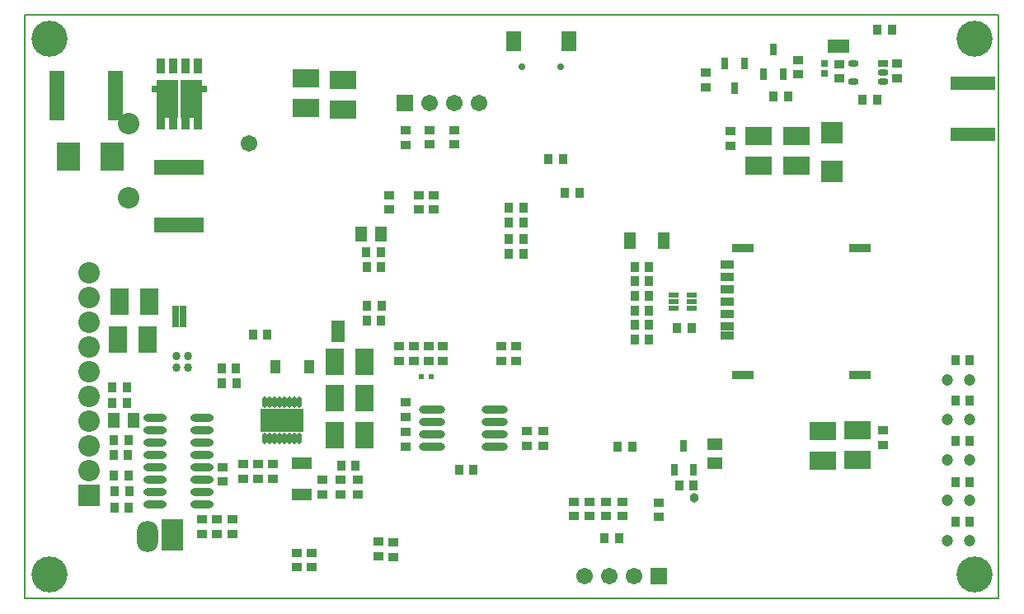
<source format=gbs>
%FSLAX25Y25*%
%MOIN*%
G70*
G01*
G75*
G04 Layer_Color=16711935*
%ADD10C,0.02000*%
%ADD11C,0.03000*%
%ADD12C,0.01500*%
%ADD13R,0.01575X0.01181*%
%ADD14R,0.03937X0.02362*%
%ADD15R,0.03347X0.02756*%
%ADD16R,0.07480X0.11811*%
%ADD17O,0.06890X0.02362*%
%ADD18O,0.02362X0.07087*%
%ADD19O,0.07087X0.02362*%
%ADD20O,0.06299X0.02362*%
%ADD21R,0.02756X0.03347*%
%ADD22R,0.00984X0.01575*%
%ADD23R,0.02362X0.01969*%
%ADD24R,0.00984X0.01299*%
G04:AMPARAMS|DCode=25|XSize=35.43mil|YSize=157.48mil|CornerRadius=1.77mil|HoleSize=0mil|Usage=FLASHONLY|Rotation=90.000|XOffset=0mil|YOffset=0mil|HoleType=Round|Shape=RoundedRectangle|*
%AMROUNDEDRECTD25*
21,1,0.03543,0.15394,0,0,90.0*
21,1,0.03189,0.15748,0,0,90.0*
1,1,0.00354,0.07697,0.01595*
1,1,0.00354,0.07697,-0.01595*
1,1,0.00354,-0.07697,-0.01595*
1,1,0.00354,-0.07697,0.01595*
%
%ADD25ROUNDEDRECTD25*%
%ADD26R,0.01181X0.01575*%
%ADD27R,0.02362X0.02362*%
%ADD28R,0.02362X0.02362*%
%ADD29R,0.03347X0.01575*%
%ADD30R,0.05118X0.03937*%
%ADD31O,0.03740X0.00984*%
%ADD32O,0.00984X0.03740*%
%ADD33R,0.08661X0.08661*%
%ADD34R,0.03150X0.02559*%
%ADD35O,0.01378X0.06693*%
%ADD36C,0.03937*%
%ADD37R,0.01200X0.01800*%
%ADD38R,0.07874X0.03937*%
%ADD39R,0.01575X0.05906*%
%ADD40R,0.07874X0.07874*%
%ADD41O,0.03937X0.01181*%
%ADD42R,0.03937X0.01181*%
%ADD43R,0.02500X0.05906*%
%ADD44R,0.04800X0.05600*%
%ADD45R,0.04724X0.03150*%
%ADD46O,0.03740X0.01378*%
%ADD47R,0.08661X0.16929*%
%ADD48R,0.04803X0.02441*%
%ADD49R,0.07087X0.07874*%
%ADD50O,0.06693X0.01063*%
%ADD51R,0.06693X0.01063*%
%ADD52R,0.01063X0.06693*%
%ADD53R,0.08898X0.25590*%
%ADD54R,0.03937X0.05118*%
%ADD55R,0.03937X0.05906*%
%ADD56R,0.07874X0.07874*%
%ADD57R,0.04724X0.09843*%
%ADD58R,0.10000X0.07000*%
%ADD59O,0.05906X0.03150*%
%ADD60R,0.07087X0.03937*%
%ADD61O,0.03150X0.05906*%
%ADD62R,0.03937X0.07087*%
%ADD63C,0.01000*%
%ADD64C,0.08000*%
%ADD65C,0.01200*%
%ADD66C,0.00800*%
%ADD67C,0.02500*%
%ADD68R,0.11600X0.03500*%
%ADD69R,0.12910X0.06885*%
%ADD70R,0.04300X0.04600*%
%ADD71R,0.04600X0.21700*%
%ADD72R,0.34969X0.11400*%
%ADD73R,0.26500X0.16000*%
%ADD74R,0.18000X0.08400*%
%ADD75R,0.10500X0.06400*%
%ADD76R,0.06000X0.09600*%
%ADD77R,0.06700X0.09800*%
%ADD78R,0.04200X0.18700*%
%ADD79R,0.06200X0.14700*%
%ADD80R,0.10400X0.95500*%
%ADD81R,0.27300X0.16100*%
%ADD82R,0.05700X0.21700*%
%ADD83R,0.08100X0.13300*%
%ADD84R,0.08700X0.05400*%
%ADD85R,0.05000X0.07173*%
%ADD86R,0.06600X0.19900*%
%ADD87C,0.00500*%
%ADD88R,0.05906X0.05906*%
%ADD89C,0.05906*%
%ADD90C,0.07874*%
%ADD91R,0.07874X0.07874*%
G04:AMPARAMS|DCode=92|XSize=51.18mil|YSize=173.23mil|CornerRadius=2.56mil|HoleSize=0mil|Usage=FLASHONLY|Rotation=90.000|XOffset=0mil|YOffset=0mil|HoleType=Round|Shape=RoundedRectangle|*
%AMROUNDEDRECTD92*
21,1,0.05118,0.16811,0,0,90.0*
21,1,0.04606,0.17323,0,0,90.0*
1,1,0.00512,0.08406,0.02303*
1,1,0.00512,0.08406,-0.02303*
1,1,0.00512,-0.08406,-0.02303*
1,1,0.00512,-0.08406,0.02303*
%
%ADD92ROUNDEDRECTD92*%
%ADD93C,0.01969*%
%ADD94R,0.05315X0.07284*%
%ADD95C,0.13780*%
%ADD96O,0.07874X0.11811*%
%ADD97R,0.07874X0.11811*%
%ADD98C,0.02000*%
%ADD99C,0.03000*%
%ADD100C,0.03500*%
%ADD101C,0.04000*%
%ADD102C,0.02598*%
%ADD103C,0.04000*%
%ADD104R,0.10876X0.04450*%
%ADD105R,0.12400X0.11000*%
%ADD106R,0.12400X0.13400*%
%ADD107R,0.42200X0.13900*%
%ADD108R,0.28100X0.17200*%
%ADD109R,0.10200X0.09400*%
%ADD110R,0.09500X0.12000*%
%ADD111C,0.05000*%
%ADD112R,0.39000X0.13800*%
%ADD113R,0.06200X0.13300*%
%ADD114R,0.21900X0.04900*%
%ADD115R,0.19300X0.05600*%
%ADD116R,0.27100X0.16800*%
%ADD117R,0.08400X0.08100*%
%ADD118R,0.08300X0.14100*%
%ADD119R,0.08661X0.11024*%
%ADD120R,0.01969X0.07874*%
%ADD121R,0.02362X0.03937*%
%ADD122R,0.02500X0.05500*%
%ADD123R,0.06299X0.01969*%
%ADD124R,0.07874X0.14410*%
%ADD125R,0.07000X0.10000*%
%ADD126R,0.07087X0.03937*%
%ADD127O,0.09843X0.02362*%
%ADD128O,0.08661X0.02362*%
%ADD129O,0.01378X0.03740*%
%ADD130R,0.16929X0.08661*%
%ADD131R,0.04843X0.02559*%
%ADD132R,0.08268X0.02756*%
%ADD133O,0.03543X0.01969*%
%ADD134O,0.03543X0.01969*%
%ADD135R,0.03543X0.01969*%
%ADD136R,0.03347X0.01575*%
%ADD137R,0.07874X0.01969*%
%ADD138R,0.05118X0.19685*%
%ADD139R,0.03150X0.04724*%
%ADD140R,0.19685X0.05118*%
%ADD141C,0.09000*%
%ADD142R,0.22800X0.06300*%
%ADD143R,0.08600X0.09700*%
%ADD144R,0.05400X0.08800*%
%ADD145R,0.03600X0.11400*%
%ADD146R,0.11100X0.13400*%
%ADD147R,0.08800X0.07400*%
%ADD148R,0.29300X0.15600*%
%ADD149R,0.14000X0.54700*%
%ADD150R,0.48700X0.11300*%
%ADD151R,0.26931X0.16000*%
%ADD152R,0.14700X0.03700*%
%ADD153R,0.08500X0.39500*%
%ADD154R,0.04900X0.17100*%
%ADD155R,0.07600X0.09400*%
%ADD156R,0.03474X0.08965*%
%ADD157R,0.08900X0.10200*%
%ADD158R,0.15200X0.28165*%
%ADD159R,0.15800X0.09700*%
%ADD160C,0.00984*%
%ADD161C,0.00300*%
%ADD162C,0.00787*%
%ADD163C,0.02362*%
%ADD164C,0.00600*%
%ADD165C,0.00700*%
%ADD166C,0.00900*%
%ADD167R,0.05417X0.06634*%
%ADD168R,0.02375X0.01981*%
%ADD169R,0.04737X0.03162*%
%ADD170R,0.04147X0.03556*%
%ADD171R,0.08280X0.12611*%
%ADD172O,0.07690X0.03162*%
%ADD173O,0.03162X0.07887*%
%ADD174O,0.07887X0.03162*%
%ADD175O,0.07099X0.03162*%
%ADD176R,0.03556X0.04147*%
%ADD177R,0.01784X0.02375*%
%ADD178R,0.03162X0.02769*%
%ADD179R,0.01784X0.02099*%
G04:AMPARAMS|DCode=180|XSize=39.37mil|YSize=161.42mil|CornerRadius=1.97mil|HoleSize=0mil|Usage=FLASHONLY|Rotation=90.000|XOffset=0mil|YOffset=0mil|HoleType=Round|Shape=RoundedRectangle|*
%AMROUNDEDRECTD180*
21,1,0.03937,0.15748,0,0,90.0*
21,1,0.03543,0.16142,0,0,90.0*
1,1,0.00394,0.07874,0.01772*
1,1,0.00394,0.07874,-0.01772*
1,1,0.00394,-0.07874,-0.01772*
1,1,0.00394,-0.07874,0.01772*
%
%ADD180ROUNDEDRECTD180*%
%ADD181R,0.01981X0.02375*%
%ADD182R,0.03162X0.03162*%
%ADD183R,0.03162X0.03162*%
%ADD184R,0.03740X0.01969*%
%ADD185R,0.05918X0.04737*%
%ADD186O,0.04540X0.01784*%
%ADD187O,0.01784X0.04540*%
%ADD188R,0.09461X0.09461*%
%ADD189R,0.03950X0.03359*%
%ADD190O,0.02178X0.07493*%
%ADD191C,0.04737*%
%ADD192R,0.02000X0.02600*%
%ADD193R,0.08674X0.04737*%
%ADD194R,0.02375X0.06706*%
%ADD195R,0.08674X0.08674*%
%ADD196O,0.04737X0.01981*%
%ADD197R,0.04737X0.01981*%
%ADD198R,0.03300X0.06706*%
%ADD199R,0.05600X0.06400*%
%ADD200R,0.05524X0.03950*%
%ADD201O,0.04540X0.02178*%
%ADD202R,0.09461X0.17729*%
%ADD203R,0.05603X0.03241*%
%ADD204R,0.07887X0.08674*%
%ADD205O,0.07493X0.01863*%
%ADD206R,0.07493X0.01863*%
%ADD207R,0.01863X0.07493*%
%ADD208R,0.09698X0.26391*%
%ADD209R,0.04737X0.05918*%
%ADD210R,0.04737X0.06706*%
%ADD211R,0.08674X0.08674*%
%ADD212R,0.05524X0.10642*%
%ADD213R,0.10800X0.07800*%
%ADD214O,0.06706X0.03950*%
%ADD215R,0.07887X0.04737*%
%ADD216O,0.03950X0.06706*%
%ADD217R,0.04737X0.07887*%
%ADD218R,0.06706X0.06706*%
%ADD219C,0.06706*%
%ADD220C,0.08674*%
%ADD221R,0.08674X0.08674*%
G04:AMPARAMS|DCode=222|XSize=55.12mil|YSize=177.16mil|CornerRadius=2.76mil|HoleSize=0mil|Usage=FLASHONLY|Rotation=90.000|XOffset=0mil|YOffset=0mil|HoleType=Round|Shape=RoundedRectangle|*
%AMROUNDEDRECTD222*
21,1,0.05512,0.17165,0,0,90.0*
21,1,0.04961,0.17716,0,0,90.0*
1,1,0.00551,0.08583,0.02480*
1,1,0.00551,0.08583,-0.02480*
1,1,0.00551,-0.08583,-0.02480*
1,1,0.00551,-0.08583,0.02480*
%
%ADD222ROUNDEDRECTD222*%
%ADD223C,0.02769*%
%ADD224R,0.06115X0.08083*%
%ADD225C,0.14579*%
%ADD226O,0.08674X0.12611*%
%ADD227R,0.08674X0.12611*%
%ADD228C,0.03800*%
%ADD229R,0.09461X0.11824*%
%ADD230R,0.02769X0.08674*%
%ADD231R,0.03162X0.04737*%
%ADD232R,0.03300X0.06300*%
%ADD233R,0.07099X0.02769*%
%ADD234R,0.08674X0.15210*%
%ADD235R,0.07800X0.10800*%
%ADD236R,0.07887X0.04737*%
%ADD237O,0.10642X0.03162*%
%ADD238O,0.09461X0.03162*%
%ADD239O,0.02178X0.04540*%
%ADD240R,0.17729X0.09461*%
%ADD241R,0.05643X0.03359*%
%ADD242R,0.09068X0.03556*%
%ADD243O,0.04343X0.02769*%
%ADD244O,0.04343X0.02769*%
%ADD245R,0.04343X0.02769*%
%ADD246R,0.04147X0.02375*%
%ADD247R,0.08674X0.02769*%
%ADD248R,0.05918X0.20485*%
%ADD249R,0.03950X0.05524*%
%ADD250R,0.20485X0.05918*%
%ADD251C,0.03398*%
D87*
X-7068Y212300D02*
X386632D01*
X-7068Y-23921D02*
Y212300D01*
Y-23921D02*
X386632D01*
Y212300D01*
D170*
X166532Y159800D02*
D03*
Y165706D02*
D03*
X156532Y159800D02*
D03*
Y165706D02*
D03*
X185531Y72294D02*
D03*
Y78200D02*
D03*
X191631Y72294D02*
D03*
Y78200D02*
D03*
X339831Y44100D02*
D03*
Y38195D02*
D03*
X214732Y15405D02*
D03*
Y9500D02*
D03*
X221265Y15405D02*
D03*
Y9500D02*
D03*
X227798D02*
D03*
Y15405D02*
D03*
X234331D02*
D03*
Y9500D02*
D03*
X195700Y38026D02*
D03*
Y43931D02*
D03*
X202500Y43931D02*
D03*
Y38026D02*
D03*
X64400Y8100D02*
D03*
Y2194D02*
D03*
X72700Y23500D02*
D03*
Y29406D02*
D03*
X81082Y30500D02*
D03*
Y24595D02*
D03*
X87057Y30500D02*
D03*
Y24595D02*
D03*
X93032Y24595D02*
D03*
Y30500D02*
D03*
X108957Y-5316D02*
D03*
Y-11222D02*
D03*
X135900Y-900D02*
D03*
Y-6805D02*
D03*
X141800Y-1100D02*
D03*
Y-7006D02*
D03*
X113232Y24105D02*
D03*
Y18200D02*
D03*
X120332Y24105D02*
D03*
Y18200D02*
D03*
X127431Y18200D02*
D03*
Y24105D02*
D03*
X146700Y37532D02*
D03*
Y43437D02*
D03*
X146800Y55431D02*
D03*
Y49526D02*
D03*
X144231Y78200D02*
D03*
Y72294D02*
D03*
X150131Y78200D02*
D03*
Y72294D02*
D03*
X156032Y72294D02*
D03*
Y78200D02*
D03*
X161932Y78200D02*
D03*
Y72294D02*
D03*
X140131Y139400D02*
D03*
Y133494D02*
D03*
X152131Y139400D02*
D03*
Y133494D02*
D03*
X158132Y139400D02*
D03*
Y133494D02*
D03*
X278200Y165100D02*
D03*
Y159195D02*
D03*
X268200Y188800D02*
D03*
Y182895D02*
D03*
X305600Y194000D02*
D03*
Y188094D02*
D03*
X322031Y186500D02*
D03*
Y192405D02*
D03*
X345632Y186600D02*
D03*
Y192506D02*
D03*
X102865Y-5339D02*
D03*
Y-11245D02*
D03*
X76700Y8100D02*
D03*
Y2194D02*
D03*
X70550Y2194D02*
D03*
Y8100D02*
D03*
X146700Y159600D02*
D03*
Y165506D02*
D03*
X249200Y15032D02*
D03*
Y9126D02*
D03*
D176*
X369000Y23400D02*
D03*
X374905D02*
D03*
X369000Y7300D02*
D03*
X374905D02*
D03*
X369000Y40000D02*
D03*
X374905D02*
D03*
X369000Y56200D02*
D03*
X374905D02*
D03*
X301474Y179100D02*
D03*
X295568D02*
D03*
X263300Y21800D02*
D03*
X257395D02*
D03*
X227234Y479D02*
D03*
X233139D02*
D03*
X28100Y61500D02*
D03*
X34005D02*
D03*
X34106Y55100D02*
D03*
X28200D02*
D03*
X34700Y40400D02*
D03*
X28795D02*
D03*
X28700Y34400D02*
D03*
X34606D02*
D03*
X28900Y26000D02*
D03*
X34806D02*
D03*
X35200Y19600D02*
D03*
X29294D02*
D03*
X29000Y12800D02*
D03*
X34905D02*
D03*
X126631Y29800D02*
D03*
X120726D02*
D03*
X168400Y28300D02*
D03*
X174305D02*
D03*
X78332Y63100D02*
D03*
X72426D02*
D03*
X78232Y69100D02*
D03*
X72326D02*
D03*
X85000Y82800D02*
D03*
X90905D02*
D03*
X131032Y88700D02*
D03*
X136937D02*
D03*
X131131Y94600D02*
D03*
X137037D02*
D03*
X136932Y110300D02*
D03*
X131026D02*
D03*
X130832Y116300D02*
D03*
X136737D02*
D03*
X188531Y128100D02*
D03*
X194437D02*
D03*
X188531Y134200D02*
D03*
X194437D02*
D03*
X210474Y153763D02*
D03*
X204569D02*
D03*
X217000Y140237D02*
D03*
X211094D02*
D03*
X239326Y81000D02*
D03*
X245232D02*
D03*
X245232Y86860D02*
D03*
X239326D02*
D03*
X245232Y92720D02*
D03*
X239326D02*
D03*
X239326Y98580D02*
D03*
X245232D02*
D03*
X245232Y104440D02*
D03*
X239326D02*
D03*
X239326Y110300D02*
D03*
X245232D02*
D03*
X256500Y85600D02*
D03*
X262405D02*
D03*
X343431Y206200D02*
D03*
X337526D02*
D03*
X337332Y178000D02*
D03*
X331426D02*
D03*
X194437Y121600D02*
D03*
X188531D02*
D03*
X194437Y115700D02*
D03*
X188531D02*
D03*
X369000Y72600D02*
D03*
X374905D02*
D03*
X232537Y37700D02*
D03*
X238442D02*
D03*
D181*
X157000Y66000D02*
D03*
X153063D02*
D03*
D183*
X316000Y188500D02*
D03*
Y192437D02*
D03*
D185*
X271731Y38706D02*
D03*
Y30832D02*
D03*
D191*
X374932Y-300D02*
D03*
X365955D02*
D03*
Y64700D02*
D03*
X374932D02*
D03*
Y32200D02*
D03*
X365955D02*
D03*
Y15950D02*
D03*
X374932D02*
D03*
Y48450D02*
D03*
X365955D02*
D03*
D195*
X319131Y164732D02*
D03*
Y148984D02*
D03*
D209*
X36800Y48100D02*
D03*
X28926D02*
D03*
X136732Y123700D02*
D03*
X128858D02*
D03*
D210*
X237521Y120800D02*
D03*
X251300D02*
D03*
D213*
X329432Y44300D02*
D03*
Y32300D02*
D03*
X315531Y43800D02*
D03*
Y31800D02*
D03*
X289531Y163200D02*
D03*
Y151200D02*
D03*
X304832Y163200D02*
D03*
Y151200D02*
D03*
X121400Y174000D02*
D03*
Y186000D02*
D03*
X106600Y174500D02*
D03*
Y186500D02*
D03*
D218*
X146531Y176700D02*
D03*
X249131Y-14700D02*
D03*
D219*
X156532Y176700D02*
D03*
X166532D02*
D03*
X176532D02*
D03*
X239131Y-14700D02*
D03*
X229132D02*
D03*
X219131D02*
D03*
X83500Y160400D02*
D03*
D220*
X18900Y108000D02*
D03*
Y98000D02*
D03*
Y88000D02*
D03*
Y78000D02*
D03*
Y68000D02*
D03*
Y58000D02*
D03*
Y48000D02*
D03*
Y38000D02*
D03*
Y28000D02*
D03*
X34931Y138300D02*
D03*
Y168300D02*
D03*
D221*
X18900Y18000D02*
D03*
D222*
X376144Y184536D02*
D03*
Y164064D02*
D03*
D223*
X193776Y191300D02*
D03*
X209524D02*
D03*
D224*
X212772Y201733D02*
D03*
X190527D02*
D03*
D225*
X2774Y202457D02*
D03*
X376790D02*
D03*
Y-14078D02*
D03*
X2774D02*
D03*
D226*
X42400Y1406D02*
D03*
D227*
X52400Y1800D02*
D03*
D228*
X263531Y17000D02*
D03*
D229*
X28317Y155000D02*
D03*
X10600D02*
D03*
D230*
X53800Y90400D02*
D03*
X56753D02*
D03*
X118000Y84300D02*
D03*
X120953D02*
D03*
D231*
X291526Y188400D02*
D03*
X295463Y198242D02*
D03*
X299400Y188400D02*
D03*
X283674Y192500D02*
D03*
X279737Y182658D02*
D03*
X275800Y192500D02*
D03*
X263231Y28205D02*
D03*
X259295Y38048D02*
D03*
X255358Y28205D02*
D03*
D232*
X57900Y168862D02*
D03*
X47900D02*
D03*
Y191500D02*
D03*
X62900Y168862D02*
D03*
X57900Y191500D02*
D03*
X62900D02*
D03*
X52900Y168862D02*
D03*
Y191500D02*
D03*
D233*
X47526Y182248D02*
D03*
X63274D02*
D03*
D234*
X50479Y178213D02*
D03*
X60321D02*
D03*
D235*
X31100Y96100D02*
D03*
X43100D02*
D03*
X42500Y80800D02*
D03*
X30500D02*
D03*
X118231Y71800D02*
D03*
X130231D02*
D03*
X118231Y57300D02*
D03*
X130231D02*
D03*
X118131Y42400D02*
D03*
X130131D02*
D03*
D236*
X104931Y18105D02*
D03*
Y30900D02*
D03*
D237*
X182989Y52631D02*
D03*
Y47631D02*
D03*
Y42632D02*
D03*
Y37631D02*
D03*
X157511Y52732D02*
D03*
Y47732D02*
D03*
Y42731D02*
D03*
Y37732D02*
D03*
D238*
X45651Y14400D02*
D03*
Y19400D02*
D03*
Y24400D02*
D03*
Y29400D02*
D03*
Y34400D02*
D03*
Y39400D02*
D03*
Y44400D02*
D03*
Y49400D02*
D03*
X64549Y14400D02*
D03*
Y19400D02*
D03*
Y24400D02*
D03*
Y29400D02*
D03*
Y34400D02*
D03*
Y39400D02*
D03*
Y44400D02*
D03*
Y49400D02*
D03*
D239*
X103721Y40818D02*
D03*
X101753D02*
D03*
X99784D02*
D03*
X97816D02*
D03*
X95847D02*
D03*
X93879D02*
D03*
X91910D02*
D03*
X89942D02*
D03*
Y55582D02*
D03*
X91910D02*
D03*
X93879D02*
D03*
X95847D02*
D03*
X97816D02*
D03*
X99784D02*
D03*
X101753D02*
D03*
X103721D02*
D03*
D240*
X96832Y48200D02*
D03*
D241*
X276800Y82500D02*
D03*
Y86240D02*
D03*
Y111240D02*
D03*
Y106240D02*
D03*
Y101240D02*
D03*
Y96240D02*
D03*
Y91240D02*
D03*
D242*
X283158Y117815D02*
D03*
X330402D02*
D03*
X283158Y66673D02*
D03*
X330402D02*
D03*
D243*
X339742Y185120D02*
D03*
Y188860D02*
D03*
X327931Y185120D02*
D03*
D244*
Y192600D02*
D03*
D245*
X339742D02*
D03*
D246*
X262573Y93641D02*
D03*
X255290D02*
D03*
Y96200D02*
D03*
X262573Y98759D02*
D03*
Y96200D02*
D03*
X255290Y98759D02*
D03*
D247*
X321831Y198100D02*
D03*
Y201053D02*
D03*
D248*
X5978Y179700D02*
D03*
X29600D02*
D03*
D249*
X94314Y70000D02*
D03*
X107700D02*
D03*
D250*
X55100Y127113D02*
D03*
Y150735D02*
D03*
D251*
X99194Y45838D02*
D03*
Y50562D02*
D03*
X94469Y45838D02*
D03*
Y50562D02*
D03*
X54169Y74262D02*
D03*
X58894D02*
D03*
X54169Y69538D02*
D03*
X58894D02*
D03*
M02*

</source>
